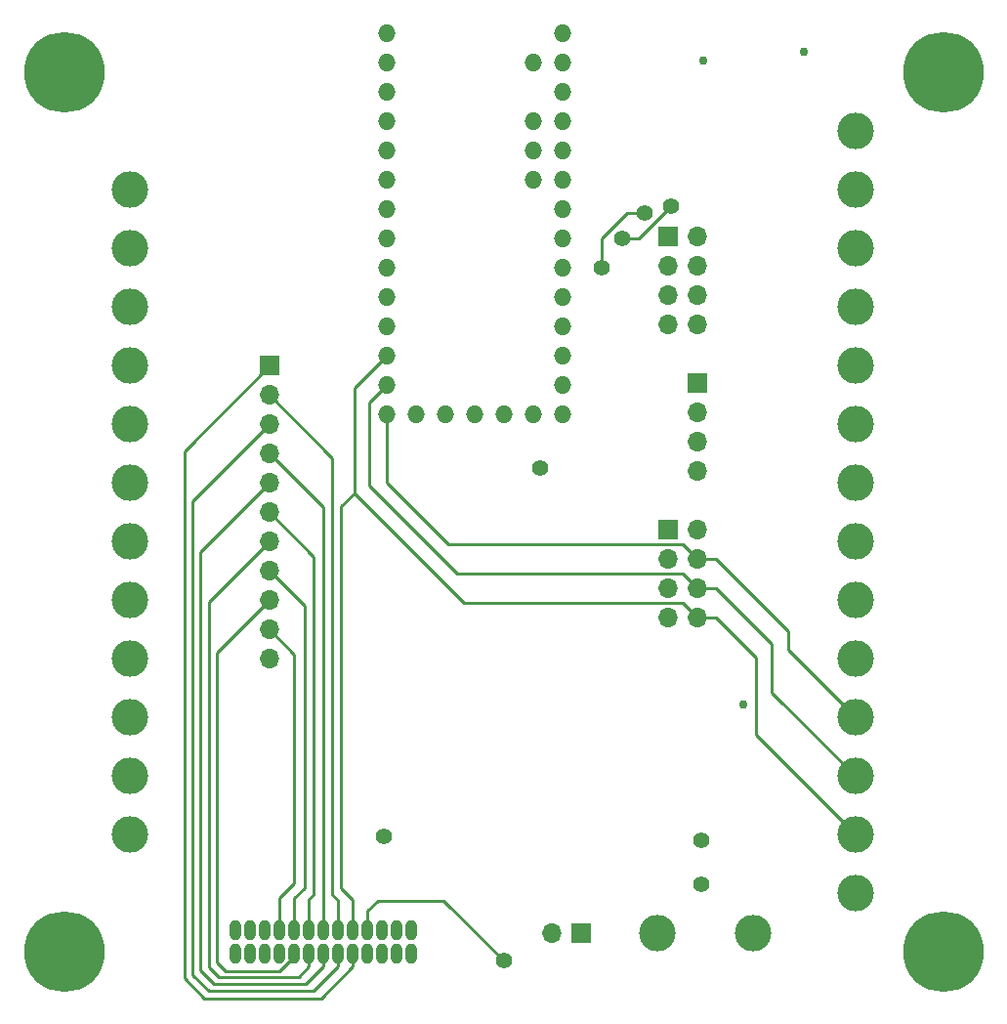
<source format=gbr>
G04 #@! TF.GenerationSoftware,KiCad,Pcbnew,(6.0.0)*
G04 #@! TF.CreationDate,2022-05-03T12:42:37-07:00*
G04 #@! TF.ProjectId,Teensy-Breakout-v3,5465656e-7379-42d4-9272-65616b6f7574,rev?*
G04 #@! TF.SameCoordinates,Original*
G04 #@! TF.FileFunction,Copper,L2,Inr*
G04 #@! TF.FilePolarity,Positive*
%FSLAX46Y46*%
G04 Gerber Fmt 4.6, Leading zero omitted, Abs format (unit mm)*
G04 Created by KiCad (PCBNEW (6.0.0)) date 2022-05-03 12:42:37*
%MOMM*%
%LPD*%
G01*
G04 APERTURE LIST*
G04 #@! TA.AperFunction,ComponentPad*
%ADD10C,3.175000*%
G04 #@! TD*
G04 #@! TA.AperFunction,ComponentPad*
%ADD11O,1.016000X1.778000*%
G04 #@! TD*
G04 #@! TA.AperFunction,ComponentPad*
%ADD12C,6.985000*%
G04 #@! TD*
G04 #@! TA.AperFunction,ComponentPad*
%ADD13O,1.524000X1.524000*%
G04 #@! TD*
G04 #@! TA.AperFunction,ComponentPad*
%ADD14O,1.700000X1.700000*%
G04 #@! TD*
G04 #@! TA.AperFunction,ComponentPad*
%ADD15R,1.700000X1.700000*%
G04 #@! TD*
G04 #@! TA.AperFunction,ViaPad*
%ADD16C,1.397000*%
G04 #@! TD*
G04 #@! TA.AperFunction,ViaPad*
%ADD17C,0.762000*%
G04 #@! TD*
G04 #@! TA.AperFunction,Conductor*
%ADD18C,0.254000*%
G04 #@! TD*
G04 APERTURE END LIST*
D10*
X151765000Y-123888500D03*
X151765000Y-83248500D03*
D11*
X98044000Y-139230100D03*
X98044000Y-137248900D03*
X99314000Y-139230100D03*
X99314000Y-137248900D03*
X100584000Y-139230100D03*
X100584000Y-137248900D03*
X101854000Y-139230100D03*
X101854000Y-137248900D03*
X103124000Y-139230100D03*
X103124000Y-137248900D03*
X104394000Y-139230100D03*
X104394000Y-137248900D03*
X105664000Y-139230100D03*
X105664000Y-137248900D03*
X106934000Y-139230100D03*
X106934000Y-137248900D03*
X108204000Y-139230100D03*
X108204000Y-137248900D03*
X109474000Y-139230100D03*
X109474000Y-137248900D03*
X110744000Y-139230100D03*
X110744000Y-137248900D03*
X112014000Y-139230100D03*
X112014000Y-137248900D03*
X113284000Y-139230100D03*
X113284000Y-137248900D03*
D12*
X83185000Y-139065000D03*
D10*
X134620000Y-137477500D03*
X142875000Y-137477500D03*
D13*
X123825000Y-72199500D03*
X123825000Y-69659500D03*
X123825000Y-67119500D03*
X123825000Y-62039500D03*
X126365000Y-59499500D03*
X126365000Y-62039500D03*
X126365000Y-64579500D03*
X126365000Y-67119500D03*
X126365000Y-69659500D03*
X126365000Y-72199500D03*
X126365000Y-74739500D03*
X126365000Y-77279500D03*
X126365000Y-79819500D03*
X126365000Y-82359500D03*
X126365000Y-84899500D03*
X126365000Y-87439500D03*
X126365000Y-89979500D03*
X126365000Y-92519500D03*
X123825000Y-92519500D03*
X121285000Y-92519500D03*
X118745000Y-92519500D03*
X116205000Y-92519500D03*
X113665000Y-92519500D03*
X111125000Y-92519500D03*
X111125000Y-89979500D03*
X111125000Y-87439500D03*
X111125000Y-84899500D03*
X111125000Y-82359500D03*
X111125000Y-79819500D03*
X111125000Y-77279500D03*
X111125000Y-74739500D03*
X111125000Y-72199500D03*
X111125000Y-69659500D03*
X111125000Y-67119500D03*
X111125000Y-64579500D03*
X111125000Y-62039500D03*
X111125000Y-59499500D03*
D10*
X151765000Y-113728500D03*
X151765000Y-108648500D03*
X151765000Y-103568500D03*
X151765000Y-98488500D03*
X151765000Y-93408500D03*
X151765000Y-88328500D03*
X151765000Y-118808500D03*
X88900000Y-123888500D03*
X88900000Y-118808500D03*
X88900000Y-113728500D03*
X88900000Y-108648500D03*
X88900000Y-103568500D03*
X88900000Y-98488500D03*
X88900000Y-93408500D03*
X88900000Y-88328500D03*
X88900000Y-83248500D03*
X88900000Y-78168500D03*
X88900000Y-128968500D03*
X151765000Y-68008500D03*
X88900000Y-73088500D03*
X151765000Y-78168500D03*
X151765000Y-73088500D03*
D12*
X83185000Y-62865000D03*
X159385000Y-139065000D03*
X159385000Y-62865000D03*
D10*
X151765000Y-134048500D03*
X151765000Y-128968500D03*
D14*
X138049000Y-84772500D03*
X135509000Y-84772500D03*
X138049000Y-82232500D03*
X135509000Y-82232500D03*
X138049000Y-79692500D03*
X135509000Y-79692500D03*
X138049000Y-77152500D03*
D15*
X135509000Y-77152500D03*
X135509000Y-102552500D03*
D14*
X138049000Y-102552500D03*
X135509000Y-105092500D03*
X138049000Y-105092500D03*
X135509000Y-107632500D03*
X138049000Y-107632500D03*
X135509000Y-110172500D03*
X138049000Y-110172500D03*
D15*
X138049000Y-89852500D03*
D14*
X138049000Y-92392500D03*
X138049000Y-94932500D03*
X138049000Y-97472500D03*
D15*
X100965000Y-88328500D03*
D14*
X100965000Y-90868500D03*
X100965000Y-93408500D03*
X100965000Y-95948500D03*
X100965000Y-98488500D03*
X100965000Y-101028500D03*
X100965000Y-103568500D03*
X100965000Y-106108500D03*
X100965000Y-108648500D03*
X100965000Y-111188500D03*
X100965000Y-113728500D03*
D15*
X128016000Y-137477500D03*
D14*
X125476000Y-137477500D03*
D16*
X110871000Y-129095500D03*
X121285000Y-139890500D03*
X138430000Y-133286500D03*
D17*
X142011400Y-117665500D03*
D16*
X138430000Y-129476500D03*
D17*
X138557000Y-61912500D03*
X147320000Y-61150500D03*
D16*
X135763000Y-74485500D03*
X131572000Y-77279500D03*
X124460000Y-97218500D03*
X129794000Y-79819500D03*
X133477000Y-75120500D03*
D18*
X103480000Y-141312500D02*
X104394000Y-140398500D01*
X104394000Y-140398500D02*
X104394000Y-138874500D01*
X96595000Y-141312500D02*
X103480000Y-141312500D01*
X95758000Y-108775500D02*
X95758000Y-140475500D01*
X100965000Y-103568500D02*
X95758000Y-108775500D01*
X95758000Y-140475500D02*
X96595000Y-141312500D01*
X95295000Y-143112500D02*
X105490000Y-143112500D01*
X93595000Y-141412500D02*
X95295000Y-143112500D01*
X93595000Y-95698500D02*
X93595000Y-141412500D01*
X105490000Y-143112500D02*
X108204000Y-140398500D01*
X100965000Y-88328500D02*
X93595000Y-95698500D01*
X108204000Y-140398500D02*
X108204000Y-138874500D01*
X106934000Y-140398500D02*
X106934000Y-138874500D01*
X104820000Y-142512500D02*
X106934000Y-140398500D01*
X94295000Y-141112500D02*
X95695000Y-142512500D01*
X95695000Y-142512500D02*
X104820000Y-142512500D01*
X94295000Y-100078500D02*
X94295000Y-141112500D01*
X100965000Y-93408500D02*
X94295000Y-100078500D01*
X94995009Y-104458491D02*
X100965000Y-98488500D01*
X94995009Y-140712495D02*
X94995009Y-104458491D01*
X103124000Y-139489893D02*
X103124000Y-138874500D01*
X96395000Y-113218500D02*
X96395000Y-139979500D01*
X96395000Y-139979500D02*
X97195000Y-140779500D01*
X97195000Y-140779500D02*
X101834393Y-140779500D01*
X101834393Y-140779500D02*
X103124000Y-139489893D01*
X100965000Y-108648500D02*
X96395000Y-113218500D01*
X106934000Y-134651500D02*
X106395000Y-134112500D01*
X106395000Y-134112500D02*
X106395000Y-96298500D01*
X106395000Y-96298500D02*
X100965000Y-90868500D01*
X106934000Y-137604500D02*
X106934000Y-134651500D01*
X105595000Y-137535500D02*
X105664000Y-137604500D01*
X100965000Y-95948500D02*
X105595000Y-100578500D01*
X105595000Y-100578500D02*
X105595000Y-137535500D01*
X104394000Y-134556500D02*
X104394000Y-137604500D01*
X104795000Y-134155500D02*
X104394000Y-134556500D01*
X100965000Y-101028500D02*
X104795000Y-104858500D01*
X104795000Y-104858500D02*
X104795000Y-134155500D01*
X103124000Y-134429500D02*
X103124000Y-137604500D01*
X103995000Y-133558500D02*
X103124000Y-134429500D01*
X103995000Y-109138500D02*
X103995000Y-133558500D01*
X100965000Y-106108500D02*
X103995000Y-109138500D01*
X101854000Y-134429500D02*
X101854000Y-137604500D01*
X103124000Y-133159500D02*
X101854000Y-134429500D01*
X100965000Y-111188500D02*
X103124000Y-113347500D01*
X103124000Y-113347500D02*
X103124000Y-133159500D01*
X143129000Y-120332500D02*
X151765000Y-128968500D01*
X139700000Y-110172500D02*
X143129000Y-113601500D01*
X143129000Y-113601500D02*
X143129000Y-120332500D01*
X138049000Y-110172500D02*
X139700000Y-110172500D01*
X144526000Y-112458500D02*
X139700000Y-107632500D01*
X144526000Y-116649500D02*
X144526000Y-112458500D01*
X139700000Y-107632500D02*
X138049000Y-107632500D01*
X151765000Y-123888500D02*
X144526000Y-116649500D01*
X145923000Y-112966500D02*
X151765000Y-118808500D01*
X145923000Y-111315500D02*
X145923000Y-112966500D01*
X139700000Y-105092500D02*
X145923000Y-111315500D01*
X138049000Y-105092500D02*
X139700000Y-105092500D01*
X110363000Y-134683500D02*
X109474000Y-135572500D01*
X109474000Y-135572500D02*
X109474000Y-137604500D01*
X116078000Y-134683500D02*
X110363000Y-134683500D01*
X121285000Y-139890500D02*
X116078000Y-134683500D01*
X132946378Y-77279500D02*
X135740378Y-74485500D01*
X131572000Y-77279500D02*
X132946378Y-77279500D01*
X129794000Y-77279500D02*
X131953000Y-75120500D01*
X129794000Y-79819500D02*
X129794000Y-77279500D01*
X131953000Y-75120500D02*
X133477000Y-75120500D01*
X136779000Y-103822500D02*
X138049000Y-105092500D01*
X116459000Y-103822500D02*
X136779000Y-103822500D01*
X111125000Y-98488500D02*
X116459000Y-103822500D01*
X111125000Y-92519500D02*
X111125000Y-98488500D01*
X117221000Y-106362500D02*
X109601000Y-98742500D01*
X136779000Y-106362500D02*
X117221000Y-106362500D01*
X138049000Y-107632500D02*
X136779000Y-106362500D01*
X109601000Y-98742500D02*
X109601000Y-91503500D01*
X109601000Y-91503500D02*
X111125000Y-89979500D01*
X108331000Y-90233500D02*
X111125000Y-87439500D01*
X108331000Y-99377500D02*
X108331000Y-90233500D01*
X107195000Y-100513500D02*
X108331000Y-99377500D01*
X107195000Y-133612500D02*
X107195000Y-100513500D01*
X108204000Y-134621500D02*
X107195000Y-133612500D01*
X108204000Y-137604500D02*
X108204000Y-134621500D01*
X104150000Y-141912500D02*
X96195000Y-141912500D01*
X105664000Y-140398500D02*
X104150000Y-141912500D01*
X96195000Y-141912500D02*
X94995000Y-140712500D01*
X105664000Y-138874500D02*
X105664000Y-140398500D01*
X117856000Y-108902500D02*
X108331000Y-99377500D01*
X138049000Y-110172500D02*
X136779000Y-108902500D01*
X136779000Y-108902500D02*
X117856000Y-108902500D01*
M02*

</source>
